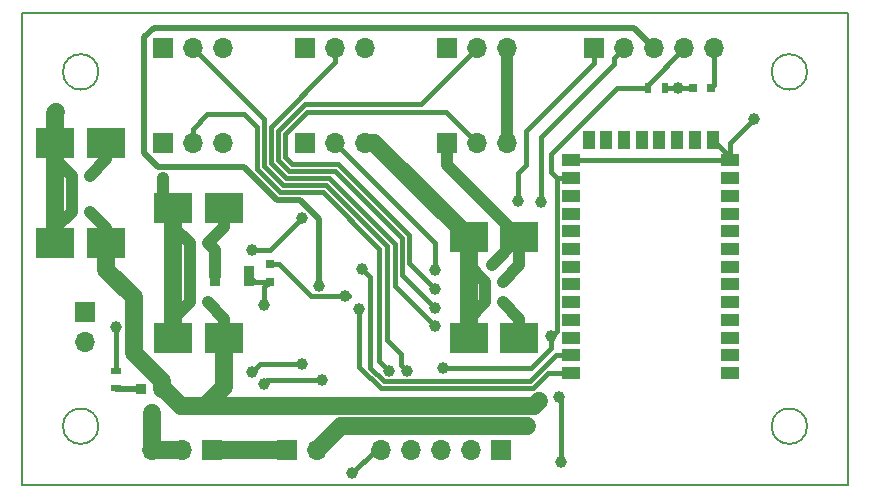
<source format=gbr>
G04 #@! TF.FileFunction,Copper,L2,Bot,Signal*
%FSLAX46Y46*%
G04 Gerber Fmt 4.6, Leading zero omitted, Abs format (unit mm)*
G04 Created by KiCad (PCBNEW 4.0.7) date 04/04/19 13:25:53*
%MOMM*%
%LPD*%
G01*
G04 APERTURE LIST*
%ADD10C,0.100000*%
%ADD11C,0.150000*%
%ADD12R,0.800000X0.750000*%
%ADD13R,3.200000X2.500000*%
%ADD14R,0.750000X0.800000*%
%ADD15R,1.700000X1.700000*%
%ADD16O,1.700000X1.700000*%
%ADD17R,1.500000X1.000000*%
%ADD18R,1.000000X1.500000*%
%ADD19R,0.900000X1.700000*%
%ADD20R,0.914400X0.914400*%
%ADD21R,0.500000X0.900000*%
%ADD22R,0.900000X0.500000*%
%ADD23C,1.000000*%
%ADD24C,0.400000*%
%ADD25C,1.500000*%
%ADD26C,1.000000*%
%ADD27C,0.500000*%
G04 APERTURE END LIST*
D10*
D11*
X-3500000Y-5000000D02*
G75*
G03X-3500000Y-5000000I-1500000J0D01*
G01*
X-3500000Y-35000000D02*
G75*
G03X-3500000Y-35000000I-1500000J0D01*
G01*
X-63500000Y-35000000D02*
G75*
G03X-63500000Y-35000000I-1500000J0D01*
G01*
X-63500000Y-5000000D02*
G75*
G03X-63500000Y-5000000I-1500000J0D01*
G01*
X-70000000Y-40000000D02*
X-70000000Y0D01*
X0Y-40000000D02*
X-70000000Y-40000000D01*
X0Y0D02*
X0Y-40000000D01*
X-70000000Y0D02*
X0Y0D01*
D12*
X-65750000Y-16850000D03*
X-64250000Y-16850000D03*
X-30750000Y-24500000D03*
X-29250000Y-24500000D03*
D13*
X-62850000Y-19500000D03*
X-67150000Y-19500000D03*
X-27850000Y-27500000D03*
X-32150000Y-27500000D03*
X-62850000Y-11000000D03*
X-67150000Y-11000000D03*
X-52850000Y-16500000D03*
X-57150000Y-16500000D03*
D12*
X-65750000Y-13800000D03*
X-64250000Y-13800000D03*
X-55750000Y-19500000D03*
X-54250000Y-19500000D03*
X-55750000Y-24500000D03*
X-54250000Y-24500000D03*
D13*
X-52850000Y-27500000D03*
X-57150000Y-27500000D03*
D12*
X-11650000Y-6400000D03*
X-13150000Y-6400000D03*
D14*
X-49000000Y-21250000D03*
X-49000000Y-22750000D03*
D13*
X-27850000Y-19000000D03*
X-32150000Y-19000000D03*
D12*
X-30750000Y-22750000D03*
X-29250000Y-22750000D03*
D15*
X-34000000Y-11000000D03*
D16*
X-31460000Y-11000000D03*
X-28920000Y-11000000D03*
D15*
X-46000000Y-11000000D03*
D16*
X-43460000Y-11000000D03*
X-40920000Y-11000000D03*
D15*
X-34000000Y-3000000D03*
D16*
X-31460000Y-3000000D03*
X-28920000Y-3000000D03*
D15*
X-58000000Y-11000000D03*
D16*
X-55460000Y-11000000D03*
X-52920000Y-11000000D03*
D15*
X-58000000Y-3000000D03*
D16*
X-55460000Y-3000000D03*
X-52920000Y-3000000D03*
D15*
X-46000000Y-3000000D03*
D16*
X-43460000Y-3000000D03*
X-40920000Y-3000000D03*
D15*
X-21540000Y-3000000D03*
D16*
X-19000000Y-3000000D03*
X-16460000Y-3000000D03*
X-13920000Y-3000000D03*
X-11380000Y-3000000D03*
D15*
X-29380000Y-37000000D03*
D16*
X-31920000Y-37000000D03*
X-34460000Y-37000000D03*
X-37000000Y-37000000D03*
X-39540000Y-37000000D03*
D15*
X-64600000Y-25360000D03*
D16*
X-64600000Y-27900000D03*
D17*
X-10000000Y-30500000D03*
D18*
X-11500000Y-10750000D03*
D17*
X-23500000Y-12500000D03*
X-23500000Y-14000000D03*
X-23500000Y-15500000D03*
X-23500000Y-17000000D03*
X-23500000Y-18500000D03*
X-23500000Y-24500000D03*
X-23500000Y-23000000D03*
X-23500000Y-21500000D03*
X-23500000Y-20000000D03*
X-23500000Y-26000000D03*
X-23500000Y-27500000D03*
X-23500000Y-29000000D03*
X-23500000Y-30500000D03*
X-10000000Y-29000000D03*
X-10000000Y-27500000D03*
X-10000000Y-26000000D03*
X-10000000Y-24500000D03*
X-10000000Y-18500000D03*
X-10000000Y-20000000D03*
X-10000000Y-21500000D03*
X-10000000Y-23000000D03*
X-10000000Y-17000000D03*
X-10000000Y-15500000D03*
X-10000000Y-14000000D03*
X-10000000Y-12500000D03*
D18*
X-13000000Y-10750000D03*
X-22000000Y-10750000D03*
X-20500000Y-10750000D03*
X-16000000Y-10750000D03*
X-14500000Y-10750000D03*
X-17500000Y-10750000D03*
X-19000000Y-10750000D03*
D19*
X-50750000Y-22250000D03*
X-53650000Y-22250000D03*
D20*
X-58111000Y-31818000D03*
X-59889000Y-31818000D03*
X-59000000Y-33850000D03*
D21*
X-15500000Y-6400000D03*
X-17000000Y-6400000D03*
D22*
X-62000000Y-31800000D03*
X-62000000Y-30300000D03*
D15*
X-53920000Y-37000000D03*
D16*
X-56460000Y-37000000D03*
X-59000000Y-37000000D03*
D15*
X-47540000Y-37000000D03*
D16*
X-45000000Y-37000000D03*
D23*
X-8000000Y-9000000D03*
X-67150000Y-19500000D03*
X-32150000Y-27500000D03*
X-62000000Y-26600000D03*
X-27200000Y-35000000D03*
X-42600000Y-24000000D03*
X-67100000Y-8400000D03*
X-58000000Y-14000000D03*
X-57150000Y-27500000D03*
X-62850000Y-19500000D03*
X-27897520Y-28000000D03*
X-26200000Y-32900000D03*
X-52850000Y-27500000D03*
X-62850000Y-11000000D03*
X-24500000Y-32500000D03*
X-24300000Y-38000000D03*
X-25200000Y-27400000D03*
X-34300000Y-30100000D03*
X-52850000Y-16500000D03*
X-44800000Y-23100000D03*
X-14450000Y-6400000D03*
X-49500000Y-24700000D03*
X-30198760Y-21350280D03*
X-46300000Y-17400000D03*
X-50500000Y-20100000D03*
X-42000000Y-39000000D03*
X-50500000Y-30400000D03*
X-46300000Y-29700000D03*
X-49500000Y-31400000D03*
X-44600000Y-31100000D03*
X-38900000Y-30300000D03*
X-37400000Y-30300000D03*
X-35000000Y-26500000D03*
X-35000000Y-25000000D03*
X-35000000Y-23400000D03*
X-35000000Y-21800000D03*
X-26000000Y-16000000D03*
X-28000000Y-15899990D03*
X-41200000Y-21700000D03*
X-41400000Y-25100000D03*
D24*
X-10000000Y-12500000D02*
X-10000000Y-11000000D01*
X-10000000Y-11000000D02*
X-8000000Y-9000000D01*
X-10000000Y-12500000D02*
X-10000000Y-12250000D01*
X-10000000Y-12250000D02*
X-11500000Y-10750000D01*
D25*
X-32150000Y-19000000D02*
X-32150000Y-27500000D01*
X-40920000Y-11000000D02*
X-40150000Y-11000000D01*
X-40150000Y-11000000D02*
X-32150000Y-19000000D01*
X-57150000Y-16500000D02*
X-57150000Y-27500000D01*
X-67150000Y-11000000D02*
X-67150000Y-19500000D01*
D24*
X-62000000Y-26600000D02*
X-62000000Y-30300000D01*
D25*
X-45000000Y-37000000D02*
X-43000000Y-35000000D01*
X-43000000Y-35000000D02*
X-27200000Y-35000000D01*
D24*
X-42600000Y-24000000D02*
X-43400001Y-24000001D01*
X-43400001Y-24000001D02*
X-45474999Y-24000001D01*
X-45474999Y-24000001D02*
X-48225000Y-21250000D01*
X-48225000Y-21250000D02*
X-49000000Y-21250000D01*
X-42300001Y-24000001D02*
X-42300000Y-24000000D01*
D25*
X-67150000Y-11000000D02*
X-67150000Y-8450000D01*
X-67150000Y-8450000D02*
X-67100000Y-8400000D01*
D26*
X-58000000Y-14000000D02*
X-58000000Y-15650000D01*
X-58000000Y-15650000D02*
X-57150000Y-16500000D01*
X-28920000Y-11000000D02*
X-28920000Y-3000000D01*
D24*
X-23500000Y-12500000D02*
X-10000000Y-12500000D01*
D26*
X-32150000Y-19000000D02*
X-32150000Y-21350000D01*
X-32150000Y-21350000D02*
X-30750000Y-22750000D01*
X-30750000Y-24500000D02*
X-30750000Y-22750000D01*
D24*
X-11380000Y-3000000D02*
X-11380000Y-6130000D01*
X-11380000Y-6130000D02*
X-11650000Y-6400000D01*
D26*
X-67150000Y-11000000D02*
X-67150000Y-12400000D01*
X-67150000Y-12400000D02*
X-65750000Y-13800000D01*
X-65750000Y-16850000D02*
X-65750000Y-13800000D01*
X-67150000Y-19500000D02*
X-67150000Y-18250000D01*
X-67150000Y-18250000D02*
X-65750000Y-16850000D01*
X-32150000Y-27500000D02*
X-32150000Y-25900000D01*
X-32150000Y-25900000D02*
X-30750000Y-24500000D01*
X-57150000Y-16500000D02*
X-57150000Y-18100000D01*
X-57150000Y-18100000D02*
X-55750000Y-19500000D01*
X-55750000Y-24500000D02*
X-55750000Y-19500000D01*
X-57150000Y-27500000D02*
X-57150000Y-25900000D01*
X-57150000Y-25900000D02*
X-55750000Y-24500000D01*
D24*
X-27897520Y-28000000D02*
X-27897520Y-27547520D01*
X-27897520Y-27547520D02*
X-27850000Y-27500000D01*
D25*
X-37100000Y-33299990D02*
X-30899990Y-33299990D01*
X-54500000Y-33299990D02*
X-37100000Y-33299990D01*
X-37100000Y-33299990D02*
X-26599990Y-33299990D01*
X-26599990Y-33299990D02*
X-26200000Y-32900000D01*
X-29199990Y-33299990D02*
X-30899990Y-33299990D01*
X-52850000Y-27500000D02*
X-52850000Y-31649990D01*
D26*
X-27850000Y-27500000D02*
X-27850000Y-25900000D01*
X-27850000Y-25900000D02*
X-29250000Y-24500000D01*
X-52850000Y-27500000D02*
X-52850000Y-25900000D01*
X-52850000Y-25900000D02*
X-54250000Y-24500000D01*
X-62850000Y-19500000D02*
X-62850000Y-18250000D01*
X-62850000Y-18250000D02*
X-64250000Y-16850000D01*
D25*
X-62850000Y-19500000D02*
X-62850000Y-21750000D01*
X-60500000Y-24100000D02*
X-62850000Y-21750000D01*
X-52850000Y-31649990D02*
X-54500000Y-33299990D01*
X-60500000Y-28800000D02*
X-60500000Y-24100000D01*
X-56500010Y-33299990D02*
X-54500000Y-33299990D01*
X-58111000Y-31189000D02*
X-60500000Y-28800000D01*
X-57982000Y-31818000D02*
X-56500010Y-33299990D01*
X-58111000Y-31818000D02*
X-57982000Y-31818000D01*
X-58111000Y-31818000D02*
X-58111000Y-31189000D01*
D26*
X-62850000Y-11000000D02*
X-62850000Y-12400000D01*
X-62850000Y-12400000D02*
X-64250000Y-13800000D01*
D24*
X-24300000Y-38000000D02*
X-24300000Y-32700000D01*
X-24300000Y-32700000D02*
X-24500000Y-32500000D01*
X-25200000Y-27400000D02*
X-24700001Y-26900001D01*
X-24700001Y-26900001D02*
X-24700001Y-14050001D01*
X-24700001Y-14050001D02*
X-24650000Y-14000000D01*
X-24650000Y-14000000D02*
X-23500000Y-14000000D01*
X-34300000Y-30100000D02*
X-26879998Y-30100000D01*
X-26879998Y-30100000D02*
X-25200000Y-28420002D01*
X-25200000Y-28420002D02*
X-25200000Y-27400000D01*
X-25200000Y-13450000D02*
X-25200000Y-11979998D01*
X-25200000Y-11979998D02*
X-19620002Y-6400000D01*
X-19620002Y-6400000D02*
X-17650000Y-6400000D01*
X-17650000Y-6400000D02*
X-17000000Y-6400000D01*
X-23500000Y-14000000D02*
X-24650001Y-13999999D01*
X-24650001Y-13999999D02*
X-25200000Y-13450000D01*
X-13920000Y-3000000D02*
X-17000000Y-6080000D01*
X-17000000Y-6080000D02*
X-17000000Y-6400000D01*
D26*
X-53650000Y-22250000D02*
X-53650000Y-20100000D01*
X-53650000Y-20100000D02*
X-54250000Y-19500000D01*
X-52850000Y-16500000D02*
X-52850000Y-18100000D01*
X-52850000Y-18100000D02*
X-54250000Y-19500000D01*
D27*
X-44800000Y-23100000D02*
X-44800000Y-17493998D01*
X-59600000Y-2089998D02*
X-58810002Y-1300000D01*
X-18160000Y-1300000D02*
X-16460000Y-3000000D01*
X-44800000Y-17493998D02*
X-46443949Y-15850049D01*
X-58460003Y-13049999D02*
X-59600000Y-11910002D01*
X-59600000Y-11910002D02*
X-59600000Y-2089998D01*
X-46443949Y-15850049D02*
X-48363367Y-15850049D01*
X-48363367Y-15850049D02*
X-51163417Y-13049999D01*
X-51163417Y-13049999D02*
X-58460003Y-13049999D01*
X-58810002Y-1300000D02*
X-18160000Y-1300000D01*
D24*
X-13150000Y-6400000D02*
X-14450000Y-6400000D01*
X-15500000Y-6400000D02*
X-14450000Y-6400000D01*
X-49000000Y-22750000D02*
X-50250000Y-22750000D01*
X-50250000Y-22750000D02*
X-50750000Y-22250000D01*
X-49500000Y-24700000D02*
X-49500000Y-23250000D01*
X-49500000Y-23250000D02*
X-49000000Y-22750000D01*
D26*
X-34000000Y-11000000D02*
X-34000000Y-12850000D01*
X-34000000Y-12850000D02*
X-27850000Y-19000000D01*
X-27850000Y-19000000D02*
X-27850000Y-19001520D01*
X-27850000Y-19001520D02*
X-30198760Y-21350280D01*
X-27850000Y-19000000D02*
X-27850000Y-21350000D01*
X-27850000Y-21350000D02*
X-29250000Y-22750000D01*
D24*
X-50500000Y-20100000D02*
X-49000000Y-20100000D01*
X-49000000Y-20100000D02*
X-46300000Y-17400000D01*
X-39540000Y-37000000D02*
X-40000000Y-37000000D01*
X-40000000Y-37000000D02*
X-42000000Y-39000000D01*
X-46300000Y-29700000D02*
X-49800000Y-29700000D01*
X-49800000Y-29700000D02*
X-50500000Y-30400000D01*
X-44600000Y-31100000D02*
X-49200000Y-31100000D01*
X-49200000Y-31100000D02*
X-49500000Y-31400000D01*
X-39701390Y-29491504D02*
X-39701390Y-27800000D01*
X-39701390Y-27800000D02*
X-39701390Y-19995694D01*
X-38900000Y-30300000D02*
X-39701389Y-29498611D01*
X-39701389Y-29498611D02*
X-39701389Y-27800001D01*
X-39701389Y-27800001D02*
X-39701390Y-27800000D01*
X-48094125Y-15200039D02*
X-50100038Y-13194126D01*
X-39701390Y-19995694D02*
X-44497045Y-15200039D01*
X-44497045Y-15200039D02*
X-48094125Y-15200039D01*
X-50100038Y-13194126D02*
X-50100038Y-9700000D01*
X-50100038Y-9700000D02*
X-51200038Y-8600000D01*
X-51200038Y-8600000D02*
X-54262081Y-8600000D01*
X-54262081Y-8600000D02*
X-55460000Y-9797919D01*
X-55460000Y-9797919D02*
X-55460000Y-11000000D01*
X-37400000Y-30300000D02*
X-37899999Y-29800001D01*
X-37899999Y-29800001D02*
X-37899999Y-28901381D01*
X-39101380Y-27700000D02*
X-39101380Y-19747162D01*
X-37899999Y-28901381D02*
X-39101380Y-27700000D01*
X-44248513Y-14600029D02*
X-47845593Y-14600029D01*
X-39101380Y-19747162D02*
X-44248513Y-14600029D01*
X-47845593Y-14600029D02*
X-49500028Y-12945594D01*
X-49500028Y-12945594D02*
X-49500028Y-8959972D01*
X-49500028Y-8959972D02*
X-55460000Y-3000000D01*
X-35000000Y-26500000D02*
X-38404290Y-23095710D01*
X-38404290Y-23095710D02*
X-38404290Y-19595710D01*
X-38404290Y-19595710D02*
X-43999981Y-14000019D01*
X-43999981Y-14000019D02*
X-47597063Y-14000019D01*
X-47597063Y-14000019D02*
X-48900019Y-12697063D01*
X-48900019Y-12697063D02*
X-48900018Y-9642099D01*
X-48900018Y-9642099D02*
X-43460000Y-4202081D01*
X-43460000Y-4202081D02*
X-43460000Y-3000000D01*
X-31460000Y-3000000D02*
X-36160000Y-7700000D01*
X-36160000Y-7700000D02*
X-45968544Y-7700000D01*
X-45968544Y-7700000D02*
X-48300009Y-10031465D01*
X-48300009Y-10031465D02*
X-48300010Y-12448532D01*
X-47348533Y-13400009D02*
X-43448533Y-13400009D01*
X-48300010Y-12448532D02*
X-47348533Y-13400009D01*
X-37804280Y-22195720D02*
X-35000000Y-25000000D01*
X-43448533Y-13400009D02*
X-37804280Y-19044262D01*
X-37804280Y-19044262D02*
X-37804280Y-22195720D01*
X-31460000Y-11000000D02*
X-34060000Y-8400000D01*
X-34060000Y-8400000D02*
X-45820002Y-8400000D01*
X-45820002Y-8400000D02*
X-47700000Y-10279998D01*
X-47700000Y-10279998D02*
X-47700000Y-12200000D01*
X-47700000Y-12200000D02*
X-47100000Y-12800000D01*
X-47100000Y-12800000D02*
X-43200000Y-12800000D01*
X-43200000Y-12800000D02*
X-37204271Y-18795729D01*
X-37204271Y-18795729D02*
X-37204271Y-21195729D01*
X-37204271Y-21195729D02*
X-35000000Y-23400000D01*
X-35000000Y-21800000D02*
X-35000000Y-19460000D01*
X-35000000Y-19460000D02*
X-43460000Y-11000000D01*
X-19000000Y-3000000D02*
X-19849999Y-3849999D01*
X-19849999Y-3849999D02*
X-19849999Y-4349999D01*
X-19849999Y-4349999D02*
X-26000000Y-10500000D01*
X-26000000Y-10500000D02*
X-26000000Y-14000000D01*
X-26000000Y-14000000D02*
X-26000000Y-16000000D01*
X-28000000Y-13600000D02*
X-27300000Y-12900000D01*
X-21540000Y-3000000D02*
X-21540000Y-4250000D01*
X-21540000Y-4250000D02*
X-27300000Y-10010000D01*
X-27300000Y-10010000D02*
X-27300000Y-12900000D01*
X-28000000Y-15899990D02*
X-28000000Y-13600000D01*
X-41200000Y-21700000D02*
X-40499999Y-22400001D01*
X-40499999Y-22400001D02*
X-40499999Y-30032003D01*
X-40499999Y-30032003D02*
X-39332001Y-31200001D01*
X-39332001Y-31200001D02*
X-26974901Y-31200001D01*
X-26974901Y-31200001D02*
X-24774900Y-29000000D01*
X-24774900Y-29000000D02*
X-23500000Y-29000000D01*
X-39580533Y-31800011D02*
X-26726369Y-31800011D01*
X-26726369Y-31800011D02*
X-25426358Y-30500000D01*
X-25426358Y-30500000D02*
X-24650000Y-30500000D01*
X-24650000Y-30500000D02*
X-23500000Y-30500000D01*
X-41400000Y-25100000D02*
X-41400000Y-29980544D01*
X-41400000Y-29980544D02*
X-39580533Y-31800011D01*
D25*
X-59000000Y-37000000D02*
X-59000000Y-33850000D01*
X-56460000Y-37000000D02*
X-59000000Y-37000000D01*
D27*
X-59889000Y-31818000D02*
X-61982000Y-31818000D01*
X-61982000Y-31818000D02*
X-62000000Y-31800000D01*
D25*
X-47540000Y-37000000D02*
X-53920000Y-37000000D01*
M02*

</source>
